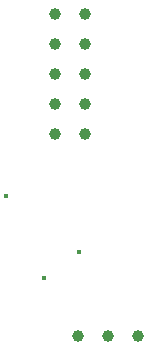
<source format=gbr>
M48
; DRILL file {KiCad 6.0.11+dfsg-1} date mer. 21 févr. 2024 15:30:17
; FORMAT={-:-/ absolute / metric / decimal}
; #@! TF.CreationDate,2024-02-21T15:30:17+01:00
; #@! TF.GenerationSoftware,Kicad,Pcbnew,6.0.11+dfsg-1
; #@! TF.FileFunction,MixedPlating,1,2
FMAT,2
METRIC
; #@! TA.AperFunction,Plated,PTH,ViaDrill
T1C0.400
; #@! TA.AperFunction,Plated,PTH,ComponentDrill
T2C1.000
%
G90
G05
T1
X134.975Y-93.575
X138.2Y-100.525
X141.2Y-98.3
T2
X139.135Y-78.165
X139.135Y-80.705
X139.135Y-83.245
X139.135Y-85.785
X139.135Y-88.325
X141.11Y-105.4
X141.675Y-78.165
X141.675Y-80.705
X141.675Y-83.245
X141.675Y-85.785
X141.675Y-88.325
X143.65Y-105.4
X146.19Y-105.4
T0
M30

</source>
